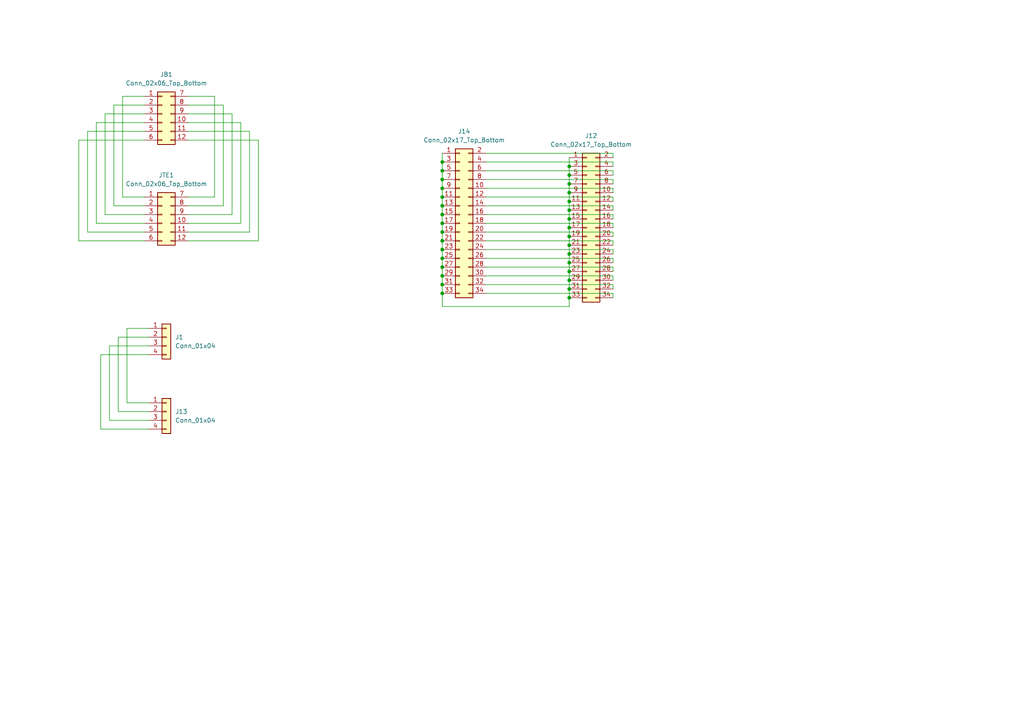
<source format=kicad_sch>
(kicad_sch (version 20211123) (generator eeschema)
  (paper "A4")
  (lib_symbols
    (symbol "Connector_Generic:Conn_01x04" (pin_names (offset 1.016) hide)
      (property "Reference" "J" (at 0 5.08 0))
      (property "Value" "Conn_01x04" (at 0 -7.62 0))
      (symbol "Conn_01x04_1_1"
        (rectangle (start -1.27 -4.953) (end 0 -5.207) (stroke (width 0.1524)))
        (rectangle (start -1.27 -2.413) (end 0 -2.667) (stroke (width 0.1524)))
        (rectangle (start -1.27 0.127) (end 0 -0.127) (stroke (width 0.1524)))
        (rectangle (start -1.27 2.667) (end 0 2.413) (stroke (width 0.1524)))
        (rectangle (start -1.27 3.81) (end 1.27 -6.35) (stroke (width 0.254)) (fill (type background)))
        (pin passive line (at -5.08 2.54 0) (length 3.81) (name "Pin_1") (number "1"))
        (pin passive line (at -5.08 0 0) (length 3.81) (name "Pin_2") (number "2"))
        (pin passive line (at -5.08 -2.54 0) (length 3.81) (name "Pin_3") (number "3"))
        (pin passive line (at -5.08 -5.08 0) (length 3.81) (name "Pin_4") (number "4"))
      )
    )
    (symbol "Connector_Generic:Conn_02x06_Top_Bottom" (pin_names (offset 1.016) hide)
      (property "Reference" "J" (at 1.27 7.62 0))
      (property "Value" "Conn_02x06_Top_Bottom" (at 1.27 -10.16 0))
      (symbol "Conn_02x06_Top_Bottom_1_1"
        (rectangle (start -1.27 -7.493) (end 0 -7.747) (stroke (width 0.1524)))
        (rectangle (start -1.27 -4.953) (end 0 -5.207) (stroke (width 0.1524)))
        (rectangle (start -1.27 -2.413) (end 0 -2.667) (stroke (width 0.1524)))
        (rectangle (start -1.27 0.127) (end 0 -0.127) (stroke (width 0.1524)))
        (rectangle (start -1.27 2.667) (end 0 2.413) (stroke (width 0.1524)))
        (rectangle (start -1.27 5.207) (end 0 4.953) (stroke (width 0.1524)))
        (rectangle (start -1.27 6.35) (end 3.81 -8.89) (stroke (width 0.254)) (fill (type background)))
        (rectangle (start 3.81 -7.493) (end 2.54 -7.747) (stroke (width 0.1524)))
        (rectangle (start 3.81 -4.953) (end 2.54 -5.207) (stroke (width 0.1524)))
        (rectangle (start 3.81 -2.413) (end 2.54 -2.667) (stroke (width 0.1524)))
        (rectangle (start 3.81 0.127) (end 2.54 -0.127) (stroke (width 0.1524)))
        (rectangle (start 3.81 2.667) (end 2.54 2.413) (stroke (width 0.1524)))
        (rectangle (start 3.81 5.207) (end 2.54 4.953) (stroke (width 0.1524)))
        (pin passive line (at -5.08 5.08 0) (length 3.81) (name "Pin_1") (number "1"))
        (pin passive line (at 7.62 -2.54 180) (length 3.81) (name "Pin_10") (number "10"))
        (pin passive line (at 7.62 -5.08 180) (length 3.81) (name "Pin_11") (number "11"))
        (pin passive line (at 7.62 -7.62 180) (length 3.81) (name "Pin_12") (number "12"))
        (pin passive line (at -5.08 2.54 0) (length 3.81) (name "Pin_2") (number "2"))
        (pin passive line (at -5.08 0 0) (length 3.81) (name "Pin_3") (number "3"))
        (pin passive line (at -5.08 -2.54 0) (length 3.81) (name "Pin_4") (number "4"))
        (pin passive line (at -5.08 -5.08 0) (length 3.81) (name "Pin_5") (number "5"))
        (pin passive line (at -5.08 -7.62 0) (length 3.81) (name "Pin_6") (number "6"))
        (pin passive line (at 7.62 5.08 180) (length 3.81) (name "Pin_7") (number "7"))
        (pin passive line (at 7.62 2.54 180) (length 3.81) (name "Pin_8") (number "8"))
        (pin passive line (at 7.62 0 180) (length 3.81) (name "Pin_9") (number "9"))
      )
    )
    (symbol "Connector_Generic:Conn_02x17_Odd_Even" (pin_names (offset 1.016) hide)
      (property "Reference" "J" (at 1.27 22.86 0))
      (property "Value" "Conn_02x17_Odd_Even" (at 1.27 -22.86 0))
      (symbol "Conn_02x17_Odd_Even_1_1"
        (rectangle (start -1.27 -20.193) (end 0 -20.447) (stroke (width 0.1524)))
        (rectangle (start -1.27 -17.653) (end 0 -17.907) (stroke (width 0.1524)))
        (rectangle (start -1.27 -15.113) (end 0 -15.367) (stroke (width 0.1524)))
        (rectangle (start -1.27 -12.573) (end 0 -12.827) (stroke (width 0.1524)))
        (rectangle (start -1.27 -10.033) (end 0 -10.287) (stroke (width 0.1524)))
        (rectangle (start -1.27 -7.493) (end 0 -7.747) (stroke (width 0.1524)))
        (rectangle (start -1.27 -4.953) (end 0 -5.207) (stroke (width 0.1524)))
        (rectangle (start -1.27 -2.413) (end 0 -2.667) (stroke (width 0.1524)))
        (rectangle (start -1.27 0.127) (end 0 -0.127) (stroke (width 0.1524)))
        (rectangle (start -1.27 2.667) (end 0 2.413) (stroke (width 0.1524)))
        (rectangle (start -1.27 5.207) (end 0 4.953) (stroke (width 0.1524)))
        (rectangle (start -1.27 7.747) (end 0 7.493) (stroke (width 0.1524)))
        (rectangle (start -1.27 10.287) (end 0 10.033) (stroke (width 0.1524)))
        (rectangle (start -1.27 12.827) (end 0 12.573) (stroke (width 0.1524)))
        (rectangle (start -1.27 15.367) (end 0 15.113) (stroke (width 0.1524)))
        (rectangle (start -1.27 17.907) (end 0 17.653) (stroke (width 0.1524)))
        (rectangle (start -1.27 20.447) (end 0 20.193) (stroke (width 0.1524)))
        (rectangle (start -1.27 21.59) (end 3.81 -21.59) (stroke (width 0.254)) (fill (type background)))
        (rectangle (start 3.81 -20.193) (end 2.54 -20.447) (stroke (width 0.1524)))
        (rectangle (start 3.81 -17.653) (end 2.54 -17.907) (stroke (width 0.1524)))
        (rectangle (start 3.81 -15.113) (end 2.54 -15.367) (stroke (width 0.1524)))
        (rectangle (start 3.81 -12.573) (end 2.54 -12.827) (stroke (width 0.1524)))
        (rectangle (start 3.81 -10.033) (end 2.54 -10.287) (stroke (width 0.1524)))
        (rectangle (start 3.81 -7.493) (end 2.54 -7.747) (stroke (width 0.1524)))
        (rectangle (start 3.81 -4.953) (end 2.54 -5.207) (stroke (width 0.1524)))
        (rectangle (start 3.81 -2.413) (end 2.54 -2.667) (stroke (width 0.1524)))
        (rectangle (start 3.81 0.127) (end 2.54 -0.127) (stroke (width 0.1524)))
        (rectangle (start 3.81 2.667) (end 2.54 2.413) (stroke (width 0.1524)))
        (rectangle (start 3.81 5.207) (end 2.54 4.953) (stroke (width 0.1524)))
        (rectangle (start 3.81 7.747) (end 2.54 7.493) (stroke (width 0.1524)))
        (rectangle (start 3.81 10.287) (end 2.54 10.033) (stroke (width 0.1524)))
        (rectangle (start 3.81 12.827) (end 2.54 12.573) (stroke (width 0.1524)))
        (rectangle (start 3.81 15.367) (end 2.54 15.113) (stroke (width 0.1524)))
        (rectangle (start 3.81 17.907) (end 2.54 17.653) (stroke (width 0.1524)))
        (rectangle (start 3.81 20.447) (end 2.54 20.193) (stroke (width 0.1524)))
        (pin passive line (at -5.08 20.32 0) (length 3.81) (name "Pin_1") (number "1"))
        (pin passive line (at 7.62 10.16 180) (length 3.81) (name "Pin_10") (number "10"))
        (pin passive line (at -5.08 7.62 0) (length 3.81) (name "Pin_11") (number "11"))
        (pin passive line (at 7.62 7.62 180) (length 3.81) (name "Pin_12") (number "12"))
        (pin passive line (at -5.08 5.08 0) (length 3.81) (name "Pin_13") (number "13"))
        (pin passive line (at 7.62 5.08 180) (length 3.81) (name "Pin_14") (number "14"))
        (pin passive line (at -5.08 2.54 0) (length 3.81) (name "Pin_15") (number "15"))
        (pin passive line (at 7.62 2.54 180) (length 3.81) (name "Pin_16") (number "16"))
        (pin passive line (at -5.08 0 0) (length 3.81) (name "Pin_17") (number "17"))
        (pin passive line (at 7.62 0 180) (length 3.81) (name "Pin_18") (number "18"))
        (pin passive line (at -5.08 -2.54 0) (length 3.81) (name "Pin_19") (number "19"))
        (pin passive line (at 7.62 20.32 180) (length 3.81) (name "Pin_2") (number "2"))
        (pin passive line (at 7.62 -2.54 180) (length 3.81) (name "Pin_20") (number "20"))
        (pin passive line (at -5.08 -5.08 0) (length 3.81) (name "Pin_21") (number "21"))
        (pin passive line (at 7.62 -5.08 180) (length 3.81) (name "Pin_22") (number "22"))
        (pin passive line (at -5.08 -7.62 0) (length 3.81) (name "Pin_23") (number "23"))
        (pin passive line (at 7.62 -7.62 180) (length 3.81) (name "Pin_24") (number "24"))
        (pin passive line (at -5.08 -10.16 0) (length 3.81) (name "Pin_25") (number "25"))
        (pin passive line (at 7.62 -10.16 180) (length 3.81) (name "Pin_26") (number "26"))
        (pin passive line (at -5.08 -12.7 0) (length 3.81) (name "Pin_27") (number "27"))
        (pin passive line (at 7.62 -12.7 180) (length 3.81) (name "Pin_28") (number "28"))
        (pin passive line (at -5.08 -15.24 0) (length 3.81) (name "Pin_29") (number "29"))
        (pin passive line (at -5.08 17.78 0) (length 3.81) (name "Pin_3") (number "3"))
        (pin passive line (at 7.62 -15.24 180) (length 3.81) (name "Pin_30") (number "30"))
        (pin passive line (at -5.08 -17.78 0) (length 3.81) (name "Pin_31") (number "31"))
        (pin passive line (at 7.62 -17.78 180) (length 3.81) (name "Pin_32") (number "32"))
        (pin passive line (at -5.08 -20.32 0) (length 3.81) (name "Pin_33") (number "33"))
        (pin passive line (at 7.62 -20.32 180) (length 3.81) (name "Pin_34") (number "34"))
        (pin passive line (at 7.62 17.78 180) (length 3.81) (name "Pin_4") (number "4"))
        (pin passive line (at -5.08 15.24 0) (length 3.81) (name "Pin_5") (number "5"))
        (pin passive line (at 7.62 15.24 180) (length 3.81) (name "Pin_6") (number "6"))
        (pin passive line (at -5.08 12.7 0) (length 3.81) (name "Pin_7") (number "7"))
        (pin passive line (at 7.62 12.7 180) (length 3.81) (name "Pin_8") (number "8"))
        (pin passive line (at -5.08 10.16 0) (length 3.81) (name "Pin_9") (number "9"))
      )
    )
  )
  (junction (at 128.27 62.23))
  (junction (at 128.27 82.55))
  (junction (at 128.27 72.39))
  (junction (at 165.1 48.26))
  (junction (at 165.1 68.58))
  (junction (at 128.27 74.93))
  (junction (at 165.1 83.82))
  (junction (at 165.1 66.04))
  (junction (at 165.1 81.28))
  (junction (at 128.27 59.69))
  (junction (at 165.1 73.66))
  (junction (at 128.27 57.15))
  (junction (at 165.1 71.12))
  (junction (at 128.27 85.09))
  (junction (at 128.27 69.85))
  (junction (at 165.1 53.34))
  (junction (at 165.1 50.8))
  (junction (at 165.1 86.36))
  (junction (at 165.1 58.42))
  (junction (at 128.27 54.61))
  (junction (at 128.27 52.07))
  (junction (at 128.27 67.31))
  (junction (at 165.1 78.74))
  (junction (at 128.27 77.47))
  (junction (at 165.1 76.2))
  (junction (at 165.1 55.88))
  (junction (at 128.27 46.99))
  (junction (at 128.27 64.77))
  (junction (at 165.1 63.5))
  (junction (at 128.27 80.01))
  (junction (at 165.1 60.96))
  (junction (at 128.27 49.53))
  (wire (pts (xy 177.8 74.93) (xy 177.8 76.2)))
  (wire (pts (xy 140.97 52.07) (xy 177.8 52.07)))
  (wire (pts (xy 54.61 33.02) (xy 67.31 33.02)))
  (wire (pts (xy 165.1 48.26) (xy 165.1 50.8)))
  (wire (pts (xy 177.8 85.09) (xy 177.8 86.36)))
  (wire (pts (xy 140.97 80.01) (xy 177.8 80.01)))
  (wire (pts (xy 128.27 54.61) (xy 128.27 57.15)))
  (wire (pts (xy 54.61 57.15) (xy 62.23 57.15)))
  (wire (pts (xy 72.39 38.1) (xy 72.39 67.31)))
  (wire (pts (xy 41.91 33.02) (xy 30.48 33.02)))
  (wire (pts (xy 62.23 27.94) (xy 62.23 57.15)))
  (wire (pts (xy 128.27 77.47) (xy 128.27 80.01)))
  (wire (pts (xy 140.97 57.15) (xy 177.8 57.15)))
  (wire (pts (xy 54.61 30.48) (xy 64.77 30.48)))
  (wire (pts (xy 140.97 54.61) (xy 177.8 54.61)))
  (wire (pts (xy 34.29 119.38) (xy 34.29 97.79)))
  (wire (pts (xy 140.97 44.45) (xy 177.8 44.45)))
  (wire (pts (xy 177.8 67.31) (xy 177.8 68.58)))
  (wire (pts (xy 140.97 64.77) (xy 177.8 64.77)))
  (wire (pts (xy 36.83 95.25) (xy 36.83 116.84)))
  (wire (pts (xy 43.18 95.25) (xy 36.83 95.25)))
  (wire (pts (xy 41.91 59.69) (xy 33.02 59.69)))
  (wire (pts (xy 128.27 82.55) (xy 128.27 85.09)))
  (wire (pts (xy 30.48 62.23) (xy 41.91 62.23)))
  (wire (pts (xy 165.1 53.34) (xy 165.1 55.88)))
  (wire (pts (xy 165.1 71.12) (xy 165.1 73.66)))
  (wire (pts (xy 64.77 59.69) (xy 64.77 30.48)))
  (wire (pts (xy 177.8 57.15) (xy 177.8 58.42)))
  (wire (pts (xy 140.97 74.93) (xy 177.8 74.93)))
  (wire (pts (xy 177.8 59.69) (xy 177.8 60.96)))
  (wire (pts (xy 69.85 64.77) (xy 69.85 35.56)))
  (wire (pts (xy 25.4 67.31) (xy 41.91 67.31)))
  (wire (pts (xy 54.61 35.56) (xy 69.85 35.56)))
  (wire (pts (xy 128.27 46.99) (xy 128.27 49.53)))
  (wire (pts (xy 54.61 38.1) (xy 72.39 38.1)))
  (wire (pts (xy 29.21 124.46) (xy 29.21 102.87)))
  (wire (pts (xy 22.86 69.85) (xy 22.86 40.64)))
  (wire (pts (xy 128.27 74.93) (xy 128.27 77.47)))
  (wire (pts (xy 177.8 80.01) (xy 177.8 81.28)))
  (wire (pts (xy 43.18 124.46) (xy 29.21 124.46)))
  (wire (pts (xy 140.97 77.47) (xy 177.8 77.47)))
  (wire (pts (xy 165.1 45.72) (xy 165.1 48.26)))
  (wire (pts (xy 54.61 59.69) (xy 64.77 59.69)))
  (wire (pts (xy 177.8 62.23) (xy 177.8 63.5)))
  (wire (pts (xy 165.1 88.9) (xy 128.27 88.9)))
  (wire (pts (xy 27.94 64.77) (xy 27.94 35.56)))
  (wire (pts (xy 165.1 66.04) (xy 165.1 68.58)))
  (wire (pts (xy 43.18 121.92) (xy 31.75 121.92)))
  (wire (pts (xy 177.8 82.55) (xy 177.8 83.82)))
  (wire (pts (xy 140.97 85.09) (xy 177.8 85.09)))
  (wire (pts (xy 165.1 58.42) (xy 165.1 60.96)))
  (wire (pts (xy 128.27 62.23) (xy 128.27 64.77)))
  (wire (pts (xy 165.1 86.36) (xy 165.1 88.9)))
  (wire (pts (xy 140.97 67.31) (xy 177.8 67.31)))
  (wire (pts (xy 74.93 69.85) (xy 74.93 40.64)))
  (wire (pts (xy 128.27 85.09) (xy 128.27 88.9)))
  (wire (pts (xy 128.27 67.31) (xy 128.27 69.85)))
  (wire (pts (xy 128.27 72.39) (xy 128.27 74.93)))
  (wire (pts (xy 128.27 57.15) (xy 128.27 59.69)))
  (wire (pts (xy 140.97 46.99) (xy 177.8 46.99)))
  (wire (pts (xy 177.8 46.99) (xy 177.8 48.26)))
  (wire (pts (xy 33.02 59.69) (xy 33.02 30.48)))
  (wire (pts (xy 41.91 27.94) (xy 35.56 27.94)))
  (wire (pts (xy 30.48 33.02) (xy 30.48 62.23)))
  (wire (pts (xy 35.56 27.94) (xy 35.56 57.15)))
  (wire (pts (xy 140.97 72.39) (xy 177.8 72.39)))
  (wire (pts (xy 128.27 52.07) (xy 128.27 54.61)))
  (wire (pts (xy 54.61 67.31) (xy 72.39 67.31)))
  (wire (pts (xy 128.27 80.01) (xy 128.27 82.55)))
  (wire (pts (xy 25.4 38.1) (xy 25.4 67.31)))
  (wire (pts (xy 165.1 63.5) (xy 165.1 66.04)))
  (wire (pts (xy 165.1 81.28) (xy 165.1 83.82)))
  (wire (pts (xy 177.8 44.45) (xy 177.8 45.72)))
  (wire (pts (xy 36.83 116.84) (xy 43.18 116.84)))
  (wire (pts (xy 34.29 97.79) (xy 43.18 97.79)))
  (wire (pts (xy 41.91 38.1) (xy 25.4 38.1)))
  (wire (pts (xy 43.18 119.38) (xy 34.29 119.38)))
  (wire (pts (xy 128.27 69.85) (xy 128.27 72.39)))
  (wire (pts (xy 33.02 30.48) (xy 41.91 30.48)))
  (wire (pts (xy 54.61 69.85) (xy 74.93 69.85)))
  (wire (pts (xy 140.97 69.85) (xy 177.8 69.85)))
  (wire (pts (xy 140.97 59.69) (xy 177.8 59.69)))
  (wire (pts (xy 29.21 102.87) (xy 43.18 102.87)))
  (wire (pts (xy 31.75 100.33) (xy 43.18 100.33)))
  (wire (pts (xy 177.8 49.53) (xy 177.8 50.8)))
  (wire (pts (xy 27.94 35.56) (xy 41.91 35.56)))
  (wire (pts (xy 35.56 57.15) (xy 41.91 57.15)))
  (wire (pts (xy 128.27 44.45) (xy 128.27 46.99)))
  (wire (pts (xy 54.61 62.23) (xy 67.31 62.23)))
  (wire (pts (xy 128.27 49.53) (xy 128.27 52.07)))
  (wire (pts (xy 54.61 27.94) (xy 62.23 27.94)))
  (wire (pts (xy 22.86 40.64) (xy 41.91 40.64)))
  (wire (pts (xy 140.97 49.53) (xy 177.8 49.53)))
  (wire (pts (xy 67.31 33.02) (xy 67.31 62.23)))
  (wire (pts (xy 177.8 77.47) (xy 177.8 78.74)))
  (wire (pts (xy 177.8 52.07) (xy 177.8 53.34)))
  (wire (pts (xy 128.27 59.69) (xy 128.27 62.23)))
  (wire (pts (xy 165.1 55.88) (xy 165.1 58.42)))
  (wire (pts (xy 165.1 83.82) (xy 165.1 86.36)))
  (wire (pts (xy 165.1 76.2) (xy 165.1 78.74)))
  (wire (pts (xy 41.91 64.77) (xy 27.94 64.77)))
  (wire (pts (xy 177.8 64.77) (xy 177.8 66.04)))
  (wire (pts (xy 165.1 73.66) (xy 165.1 76.2)))
  (wire (pts (xy 165.1 50.8) (xy 165.1 53.34)))
  (wire (pts (xy 177.8 54.61) (xy 177.8 55.88)))
  (wire (pts (xy 128.27 64.77) (xy 128.27 67.31)))
  (wire (pts (xy 165.1 68.58) (xy 165.1 71.12)))
  (wire (pts (xy 165.1 60.96) (xy 165.1 63.5)))
  (wire (pts (xy 31.75 121.92) (xy 31.75 100.33)))
  (wire (pts (xy 54.61 64.77) (xy 69.85 64.77)))
  (wire (pts (xy 54.61 40.64) (xy 74.93 40.64)))
  (wire (pts (xy 140.97 62.23) (xy 177.8 62.23)))
  (wire (pts (xy 41.91 69.85) (xy 22.86 69.85)))
  (wire (pts (xy 177.8 69.85) (xy 177.8 71.12)))
  (wire (pts (xy 140.97 82.55) (xy 177.8 82.55)))
  (wire (pts (xy 165.1 78.74) (xy 165.1 81.28)))
  (wire (pts (xy 177.8 72.39) (xy 177.8 73.66)))
  (symbol (lib_id "Connector_Generic:Conn_02x17_Odd_Even") (at 170.18 66.04 0) (unit 1)
    (property "Reference" "J12" (at 171.45 39.37 0))
    (property "Value" "Conn_02x17_Top_Bottom" (at 171.45 41.91 0))
    (property "Footprint" "Connector_PinHeader_2.54mm:PinHeader_2x17_P2.54mm_Vertical" (effects hide))
  )
  (symbol (lib_id "Connector_Generic:Conn_02x17_Odd_Even") (at 133.35 64.77 0) (unit 1)
    (property "Reference" "J14" (at 134.62 38.1 0))
    (property "Value" "Conn_02x17_Top_Bottom" (at 134.62 40.64 0))
    (property "Footprint" "Connector_PinHeader_2.54mm:PinHeader_2x17_P2.54mm_Vertical" (effects hide))
  )
  (symbol (lib_id "Connector_Generic:Conn_02x06_Top_Bottom") (at 46.99 33.02 0) (unit 1)
    (property "Reference" "JB1" (at 48.26 21.59 0))
    (property "Value" "Conn_02x06_Top_Bottom" (at 48.26 24.13 0))
    (property "Footprint" "Connector_PinHeader_2.54mm:PinHeader_2x06_P2.54mm_Vertical" (effects hide))
  )
  (symbol (lib_id "Connector_Generic:Conn_01x04") (at 48.26 97.79 0) (unit 1)
    (property "Reference" "J1" (at 50.8 97.7899 0) (effects (justify left)))
    (property "Value" "Conn_01x04" (at 50.8 100.3299 0) (effects (justify left)))
    (property "Footprint" "Connector_PinHeader_2.54mm:PinHeader_1x04_P2.54mm_Vertical" (effects hide))
  )
  (symbol (lib_id "Connector_Generic:Conn_01x04") (at 48.26 119.38 0) (unit 1)
    (property "Reference" "J13" (at 50.8 119.3799 0) (effects (justify left)))
    (property "Value" "Conn_01x04" (at 50.8 121.9199 0) (effects (justify left)))
    (property "Footprint" "Connector_PinHeader_2.54mm:PinHeader_1x04_P2.54mm_Vertical" (effects hide))
  )
  (symbol (lib_id "Connector_Generic:Conn_02x06_Top_Bottom") (at 46.99 62.23 0) (unit 1)
    (property "Reference" "JTE1" (at 48.26 50.8 0))
    (property "Value" "Conn_02x06_Top_Bottom" (at 48.26 53.34 0))
    (property "Footprint" "Connector_PinHeader_2.54mm:PinHeader_2x06_P2.54mm_Vertical" (effects hide))
  )
)
</source>
